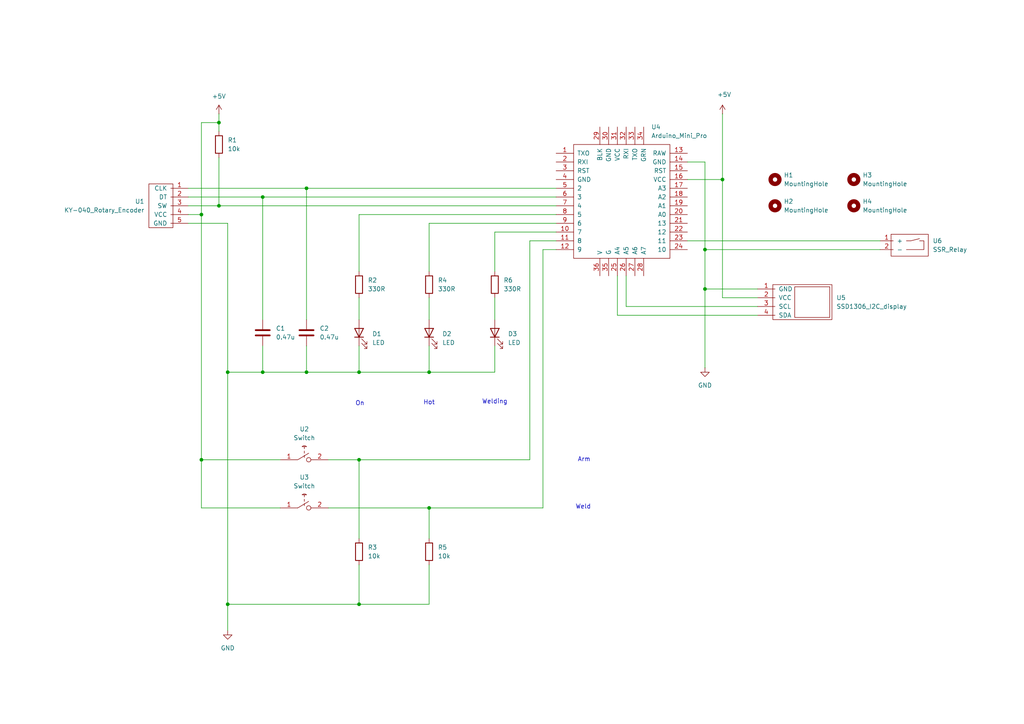
<source format=kicad_sch>
(kicad_sch (version 20231120) (generator "eeschema") (generator_version "8.0")
  (paper "A4")
  (lib_symbols
    (symbol "Device:C" (pin_numbers hide) (pin_names (offset 0.254))
      (property "Reference" "C" (at 0.635 2.54 0))
      (property "Value" "C" (at 0.635 -2.54 0))
      (symbol "C_0_1"
        (polyline (pts (xy -2.032 -0.762) (xy 2.032 -0.762)) (stroke (width 0.508)))
        (polyline (pts (xy -2.032 0.762) (xy 2.032 0.762)) (stroke (width 0.508)))
      )
      (symbol "C_1_1"
        (pin passive line (at 0 3.81 270) (length 2.794) (name "~") (number "1"))
        (pin passive line (at 0 -3.81 90) (length 2.794) (name "~") (number "2"))
      )
    )
    (symbol "Device:LED" (pin_numbers hide) (pin_names (offset 1.016) hide)
      (property "Reference" "D" (at 0 2.54 0))
      (property "Value" "LED" (at 0 -2.54 0))
      (symbol "LED_0_1"
        (polyline (pts (xy -1.27 -1.27) (xy -1.27 1.27)) (stroke (width 0.254)))
        (polyline (pts (xy -1.27 0) (xy 1.27 0)))
        (polyline (pts (xy 1.27 -1.27) (xy 1.27 1.27) (xy -1.27 0) (xy 1.27 -1.27)) (stroke (width 0.254)))
        (polyline (pts (xy -3.048 -0.762) (xy -4.572 -2.286) (xy -3.81 -2.286) (xy -4.572 -2.286) (xy -4.572 -1.524)))
        (polyline (pts (xy -1.778 -0.762) (xy -3.302 -2.286) (xy -2.54 -2.286) (xy -3.302 -2.286) (xy -3.302 -1.524)))
      )
      (symbol "LED_1_1"
        (pin passive line (at -3.81 0 0) (length 2.54) (name "K") (number "1"))
        (pin passive line (at 3.81 0 180) (length 2.54) (name "A") (number "2"))
      )
    )
    (symbol "Device:R" (pin_numbers hide) (pin_names (offset 0))
      (property "Reference" "R" (at 2.032 0 90))
      (property "Value" "R" (at 0 0 90))
      (symbol "R_0_1"
        (rectangle (start -1.016 -2.54) (end 1.016 2.54) (stroke (width 0.254)))
      )
      (symbol "R_1_1"
        (pin passive line (at 0 3.81 270) (length 1.27) (name "~") (number "1"))
        (pin passive line (at 0 -3.81 90) (length 1.27) (name "~") (number "2"))
      )
    )
    (symbol "Mechanical:MountingHole" (pin_names (offset 1.016)) (exclude_from_sim yes) (in_bom no)
      (property "Reference" "H" (at 0 5.08 0))
      (property "Value" "MountingHole" (at 0 3.175 0))
      (symbol "MountingHole_0_1"
        (circle (center 0 0) (radius 1.27) (stroke (width 1.27)))
      )
    )
    (symbol "My_Arduino:Arduino_Mini_Pro" (pin_names (offset 1.016))
      (property "Reference" "U" (at 6.35 3.81 0))
      (property "Value" "Arduino_Mini_Pro" (at 1.27 7.62 0))
      (symbol "Arduino_Mini_Pro_0_1"
        (rectangle (start 5.08 2.54) (end 33.02 -30.48))
      )
      (symbol "Arduino_Mini_Pro_1_1"
        (pin output line (at 0 0 0) (length 5.08) (name "TXO") (number "1"))
        (pin bidirectional line (at 0 -22.86 0) (length 5.08) (name "7") (number "10"))
        (pin bidirectional line (at 0 -25.4 0) (length 5.08) (name "8") (number "11"))
        (pin bidirectional line (at 0 -27.94 0) (length 5.08) (name "9") (number "12"))
        (pin power_in line (at 38.1 0 180) (length 5.08) (name "RAW") (number "13"))
        (pin power_in line (at 38.1 -2.54 180) (length 5.08) (name "GND") (number "14"))
        (pin input line (at 38.1 -5.08 180) (length 5.08) (name "RST") (number "15"))
        (pin power_out line (at 38.1 -7.62 180) (length 5.08) (name "VCC") (number "16"))
        (pin bidirectional line (at 38.1 -10.16 180) (length 5.08) (name "A3") (number "17"))
        (pin bidirectional line (at 38.1 -12.7 180) (length 5.08) (name "A2") (number "18"))
        (pin bidirectional line (at 38.1 -15.24 180) (length 5.08) (name "A1") (number "19"))
        (pin input line (at 0 -2.54 0) (length 5.08) (name "RXI") (number "2"))
        (pin bidirectional line (at 38.1 -17.78 180) (length 5.08) (name "A0") (number "20"))
        (pin bidirectional line (at 38.1 -20.32 180) (length 5.08) (name "13") (number "21"))
        (pin bidirectional line (at 38.1 -22.86 180) (length 5.08) (name "12") (number "22"))
        (pin bidirectional line (at 38.1 -25.4 180) (length 5.08) (name "11") (number "23"))
        (pin bidirectional line (at 38.1 -27.94 180) (length 5.08) (name "10") (number "24"))
        (pin bidirectional line (at 17.78 -35.56 90) (length 5.08) (name "A4") (number "25"))
        (pin bidirectional line (at 20.32 -35.56 90) (length 5.08) (name "A5") (number "26"))
        (pin bidirectional line (at 22.86 -35.56 90) (length 5.08) (name "A6") (number "27"))
        (pin bidirectional line (at 25.4 -35.56 90) (length 5.08) (name "A7") (number "28"))
        (pin input line (at 12.7 7.62 270) (length 5.08) (name "BLK") (number "29"))
        (pin input line (at 0 -5.08 0) (length 5.08) (name "RST") (number "3"))
        (pin passive line (at 15.24 7.62 270) (length 5.08) (name "GND") (number "30"))
        (pin power_in line (at 17.78 7.62 270) (length 5.08) (name "VCC") (number "31"))
        (pin input line (at 20.32 7.62 270) (length 5.08) (name "RXI") (number "32"))
        (pin output line (at 22.86 7.62 270) (length 5.08) (name "TXO") (number "33"))
        (pin input line (at 25.4 7.62 270) (length 5.08) (name "GRN") (number "34"))
        (pin passive line (at 15.24 -35.56 90) (length 5.08) (name "G") (number "35"))
        (pin power_out line (at 12.7 -35.56 90) (length 5.08) (name "V") (number "36"))
        (pin passive line (at 0 -7.62 0) (length 5.08) (name "GND") (number "4"))
        (pin bidirectional line (at 0 -10.16 0) (length 5.08) (name "2") (number "5"))
        (pin bidirectional line (at 0 -12.7 0) (length 5.08) (name "3") (number "6"))
        (pin bidirectional line (at 0 -15.24 0) (length 5.08) (name "4") (number "7"))
        (pin bidirectional line (at 0 -17.78 0) (length 5.08) (name "5") (number "8"))
        (pin bidirectional line (at 0 -20.32 0) (length 5.08) (name "6") (number "9"))
      )
    )
    (symbol "My_Parts:KY-040_Rotary_Encoder" (pin_names (offset 1.016))
      (property "Reference" "U" (at 0.635 2.54 0))
      (property "Value" "KY-040_Rotary_Encoder" (at 2.54 -13.335 0))
      (symbol "KY-040_Rotary_Encoder_0_1"
        (rectangle (start -0.635 -11.43) (end 6.35 1.27))
      )
      (symbol "KY-040_Rotary_Encoder_1_1"
        (pin output line (at -5.08 0 0) (length 5.08) (name "CLK") (number "1"))
        (pin output line (at -5.08 -2.54 0) (length 5.08) (name "DT") (number "2"))
        (pin output line (at -5.08 -5.08 0) (length 5.08) (name "SW") (number "3"))
        (pin power_in line (at -5.08 -7.62 0) (length 5.08) (name "VCC") (number "4"))
        (pin power_in line (at -5.08 -10.16 0) (length 5.08) (name "GND") (number "5"))
      )
    )
    (symbol "My_Parts:SSD1306_I2C_display" (pin_names (offset 1.016))
      (property "Reference" "U" (at 5.715 2.54 0))
      (property "Value" "SSD1306_I2C_display" (at 12.7 -10.795 0))
      (symbol "SSD1306_I2C_display_0_1"
        (rectangle (start 4.445 1.27) (end 21.59 -8.89))
        (rectangle (start 10.795 0.635) (end 20.955 -8.255))
      )
      (symbol "SSD1306_I2C_display_1_1"
        (pin power_in line (at 0 0 0) (length 5.08) (name "GND") (number "1"))
        (pin power_in line (at 0 -2.54 0) (length 5.08) (name "VCC") (number "2"))
        (pin input line (at 0 -5.08 0) (length 5.08) (name "SCL") (number "3"))
        (pin input line (at 0 -7.62 0) (length 5.08) (name "SDA") (number "4"))
      )
    )
    (symbol "My_Parts:SSR_Relay" (pin_names (offset 1.016))
      (property "Reference" "U" (at 4.445 3.175 0))
      (property "Value" "SSR_Relay" (at 6.35 -5.715 0))
      (symbol "SSR_Relay_0_1"
        (polyline (pts (xy 7.62 0) (xy 8.89 0) (xy 11.43 0.635)))
        (polyline (pts (xy 11.43 0) (xy 12.7 0) (xy 12.7 -2.54) (xy 7.62 -2.54)))
        (polyline (pts (xy 3.175 1.905) (xy 13.97 1.905) (xy 13.97 -4.445) (xy 3.175 -4.445) (xy 3.175 1.905)))
      )
      (symbol "SSR_Relay_1_1"
        (pin output line (at 0 0 0) (length 3.81) (name "+") (number "1"))
        (pin output line (at 0 -2.54 0) (length 3.81) (name "-") (number "2"))
      )
    )
    (symbol "My_Parts:Switch" (pin_names hide)
      (property "Reference" "U" (at 6.985 6.35 0))
      (property "Value" "Switch" (at 7.62 -4.445 0))
      (symbol "Switch_0_1"
        (polyline (pts (xy 5.08 0) (xy 8.255 1.905)) (stroke (width 0.1524)))
        (polyline (pts (xy 6.35 3.81) (xy 7.62 3.81)) (stroke (width 0.1524)))
        (polyline (pts (xy 6.985 0.635) (xy 6.985 1.27)) (stroke (width 0.1524)))
        (polyline (pts (xy 6.985 1.905) (xy 6.985 2.54)) (stroke (width 0.1524)))
        (polyline (pts (xy 6.985 3.175) (xy 6.985 3.81)) (stroke (width 0.1524)))
        (arc (start 7.62 3.81) (mid 6.985 4.073) (end 6.35 3.81) (stroke (width 0.1524)))
        (circle (center 8.255 0) (radius 0.635) (stroke (width 0.1524)))
      )
      (symbol "Switch_1_1"
        (pin passive line (at 0 0 0) (length 5.08) (name "Com") (number "1"))
        (pin passive line (at 13.97 0 180) (length 5.08) (name "NO") (number "2"))
      )
    )
    (symbol "power:+5V" (power) (pin_numbers hide) (pin_names (offset 0) hide)
      (property "Value" "+5V" (at 0 3.556 0))
      (symbol "+5V_0_1"
        (polyline (pts (xy -0.762 1.27) (xy 0 2.54)))
        (polyline (pts (xy 0 0) (xy 0 2.54)))
        (polyline (pts (xy 0 2.54) (xy 0.762 1.27)))
      )
      (symbol "+5V_1_1"
        (pin power_in line (at 0 0 90) (length 0) (name "~") (number "1"))
      )
    )
    (symbol "power:GND" (power) (pin_numbers hide) (pin_names (offset 0) hide)
      (property "Value" "GND" (at 0 -3.81 0))
      (symbol "GND_0_1"
        (polyline (pts (xy 0 0) (xy 0 -1.27) (xy 1.27 -1.27) (xy 0 -2.54) (xy -1.27 -1.27) (xy 0 -1.27)))
      )
      (symbol "GND_1_1"
        (pin power_in line (at 0 0 270) (length 0) (name "~") (number "1"))
      )
    )
  )
  (junction (at 104.14 133.35))
  (junction (at 63.5 35.56))
  (junction (at 63.5 59.69))
  (junction (at 76.2 107.95))
  (junction (at 209.55 52.07))
  (junction (at 58.42 133.35))
  (junction (at 88.9 54.61))
  (junction (at 58.42 62.23))
  (junction (at 104.14 107.95))
  (junction (at 204.47 83.82))
  (junction (at 104.14 175.26))
  (junction (at 66.04 107.95))
  (junction (at 124.46 107.95))
  (junction (at 76.2 57.15))
  (junction (at 204.47 72.39))
  (junction (at 88.9 107.95))
  (junction (at 66.04 175.26))
  (junction (at 124.46 147.32))
  (wire (pts (xy 88.9 100.33) (xy 88.9 107.95)))
  (wire (pts (xy 204.47 83.82) (xy 219.71 83.82)))
  (wire (pts (xy 143.51 107.95) (xy 143.51 100.33)))
  (wire (pts (xy 124.46 107.95) (xy 143.51 107.95)))
  (wire (pts (xy 143.51 67.31) (xy 143.51 78.74)))
  (wire (pts (xy 181.61 80.01) (xy 181.61 88.9)))
  (wire (pts (xy 104.14 133.35) (xy 104.14 156.21)))
  (wire (pts (xy 209.55 33.02) (xy 209.55 52.07)))
  (wire (pts (xy 88.9 107.95) (xy 104.14 107.95)))
  (wire (pts (xy 63.5 59.69) (xy 161.29 59.69)))
  (wire (pts (xy 76.2 57.15) (xy 161.29 57.15)))
  (wire (pts (xy 95.25 147.32) (xy 124.46 147.32)))
  (wire (pts (xy 88.9 54.61) (xy 88.9 92.71)))
  (wire (pts (xy 58.42 35.56) (xy 63.5 35.56)))
  (wire (pts (xy 66.04 175.26) (xy 66.04 182.88)))
  (wire (pts (xy 104.14 78.74) (xy 104.14 62.23)))
  (wire (pts (xy 124.46 147.32) (xy 157.48 147.32)))
  (wire (pts (xy 209.55 52.07) (xy 209.55 86.36)))
  (wire (pts (xy 95.25 133.35) (xy 104.14 133.35)))
  (wire (pts (xy 181.61 88.9) (xy 219.71 88.9)))
  (wire (pts (xy 153.67 133.35) (xy 153.67 69.85)))
  (wire (pts (xy 54.61 57.15) (xy 76.2 57.15)))
  (wire (pts (xy 104.14 86.36) (xy 104.14 92.71)))
  (wire (pts (xy 104.14 133.35) (xy 153.67 133.35)))
  (wire (pts (xy 124.46 86.36) (xy 124.46 92.71)))
  (wire (pts (xy 76.2 107.95) (xy 88.9 107.95)))
  (wire (pts (xy 63.5 35.56) (xy 63.5 38.1)))
  (wire (pts (xy 88.9 54.61) (xy 161.29 54.61)))
  (wire (pts (xy 157.48 147.32) (xy 157.48 72.39)))
  (wire (pts (xy 179.07 80.01) (xy 179.07 91.44)))
  (wire (pts (xy 153.67 69.85) (xy 161.29 69.85)))
  (wire (pts (xy 58.42 62.23) (xy 58.42 35.56)))
  (wire (pts (xy 66.04 64.77) (xy 66.04 107.95)))
  (wire (pts (xy 104.14 175.26) (xy 124.46 175.26)))
  (wire (pts (xy 157.48 72.39) (xy 161.29 72.39)))
  (wire (pts (xy 124.46 147.32) (xy 124.46 156.21)))
  (wire (pts (xy 104.14 100.33) (xy 104.14 107.95)))
  (wire (pts (xy 204.47 83.82) (xy 204.47 106.68)))
  (wire (pts (xy 204.47 72.39) (xy 204.47 46.99)))
  (wire (pts (xy 124.46 107.95) (xy 124.46 100.33)))
  (wire (pts (xy 143.51 67.31) (xy 161.29 67.31)))
  (wire (pts (xy 199.39 52.07) (xy 209.55 52.07)))
  (wire (pts (xy 143.51 86.36) (xy 143.51 92.71)))
  (wire (pts (xy 124.46 64.77) (xy 124.46 78.74)))
  (wire (pts (xy 63.5 33.02) (xy 63.5 35.56)))
  (wire (pts (xy 66.04 64.77) (xy 54.61 64.77)))
  (wire (pts (xy 66.04 107.95) (xy 76.2 107.95)))
  (wire (pts (xy 219.71 86.36) (xy 209.55 86.36)))
  (wire (pts (xy 54.61 62.23) (xy 58.42 62.23)))
  (wire (pts (xy 58.42 147.32) (xy 81.28 147.32)))
  (wire (pts (xy 124.46 175.26) (xy 124.46 163.83)))
  (wire (pts (xy 76.2 107.95) (xy 76.2 100.33)))
  (wire (pts (xy 124.46 64.77) (xy 161.29 64.77)))
  (wire (pts (xy 104.14 62.23) (xy 161.29 62.23)))
  (wire (pts (xy 255.27 72.39) (xy 204.47 72.39)))
  (wire (pts (xy 54.61 59.69) (xy 63.5 59.69)))
  (wire (pts (xy 66.04 175.26) (xy 104.14 175.26)))
  (wire (pts (xy 58.42 62.23) (xy 58.42 133.35)))
  (wire (pts (xy 63.5 45.72) (xy 63.5 59.69)))
  (wire (pts (xy 219.71 91.44) (xy 179.07 91.44)))
  (wire (pts (xy 66.04 107.95) (xy 66.04 175.26)))
  (wire (pts (xy 204.47 72.39) (xy 204.47 83.82)))
  (wire (pts (xy 104.14 163.83) (xy 104.14 175.26)))
  (wire (pts (xy 104.14 107.95) (xy 124.46 107.95)))
  (wire (pts (xy 58.42 133.35) (xy 81.28 133.35)))
  (wire (pts (xy 54.61 54.61) (xy 88.9 54.61)))
  (wire (pts (xy 199.39 46.99) (xy 204.47 46.99)))
  (wire (pts (xy 58.42 133.35) (xy 58.42 147.32)))
  (wire (pts (xy 199.39 69.85) (xy 255.27 69.85)))
  (wire (pts (xy 76.2 57.15) (xy 76.2 92.71)))
  (text "Arm" (at 169.418 133.35 0) (effects (font (size 1.27 1.27))))
  (text "Welding" (at 143.51 116.586 0) (effects (font (size 1.27 1.27))))
  (text "Hot" (at 124.46 116.84 0) (effects (font (size 1.27 1.27))))
  (text "Weld" (at 169.164 147.066 0) (effects (font (size 1.27 1.27))))
  (text "On" (at 104.394 117.094 0) (effects (font (size 1.27 1.27))))
  (symbol (lib_id "My_Arduino:Arduino_Mini_Pro") (at 161.29 44.45 0) (unit 1)
    (property "Reference" "U4" (at 188.8841 36.83 0) (effects (justify left)))
    (property "Value" "Arduino_Mini_Pro" (at 188.8841 39.37 0) (effects (justify left)))
    (property "Footprint" "My_Arduino:Arduino_Pro_Mini_vA_sides_n_A4,A5_large" (effects (hide yes)))
  )
  (symbol (lib_id "Device:R") (at 143.51 82.55 0) (unit 1)
    (property "Reference" "R6" (at 146.05 81.2799 0) (effects (justify left)))
    (property "Value" "330R" (at 146.05 83.8199 0) (effects (justify left)))
    (property "Footprint" "My_Misc:R_Axial_DIN0207_L6.3mm_D2.5mm_P10.16mm_Horizontal_large" (effects (hide yes)))
    (property "Description" "Resistor" (effects (hide yes)))
  )
  (symbol (lib_id "My_Parts:SSD1306_I2C_display") (at 219.71 83.82 0) (unit 1)
    (property "Reference" "U5" (at 242.57 86.3599 0) (effects (justify left)))
    (property "Value" "SSD1306_I2C_display" (at 242.57 88.8999 0) (effects (justify left)))
    (property "Footprint" "My_Headers:4-pin JST SSD1306 I2C OLED Display" (effects (hide yes)))
  )
  (symbol (lib_id "Mechanical:MountingHole") (at 247.65 59.69 0) (unit 1) (exclude_from_sim yes) (in_bom no)
    (property "Reference" "H4" (at 250.19 58.4199 0) (effects (justify left)))
    (property "Value" "MountingHole" (at 250.19 60.9599 0) (effects (justify left)))
    (property "Footprint" "MountingHole:MountingHole_3.2mm_M3" (effects (hide yes)))
    (property "Description" "Mounting Hole without connection" (effects (hide yes)))
  )
  (symbol (lib_id "Mechanical:MountingHole") (at 224.79 59.69 0) (unit 1) (exclude_from_sim yes) (in_bom no)
    (property "Reference" "H2" (at 227.33 58.4199 0) (effects (justify left)))
    (property "Value" "MountingHole" (at 227.33 60.9599 0) (effects (justify left)))
    (property "Footprint" "MountingHole:MountingHole_3.2mm_M3" (effects (hide yes)))
    (property "Description" "Mounting Hole without connection" (effects (hide yes)))
  )
  (symbol (lib_id "Device:R") (at 124.46 82.55 0) (unit 1)
    (property "Reference" "R4" (at 127 81.2799 0) (effects (justify left)))
    (property "Value" "330R" (at 127 83.8199 0) (effects (justify left)))
    (property "Footprint" "My_Misc:R_Axial_DIN0207_L6.3mm_D2.5mm_P10.16mm_Horizontal_large" (effects (hide yes)))
    (property "Description" "Resistor" (effects (hide yes)))
  )
  (symbol (lib_id "My_Parts:SSR_Relay") (at 255.27 69.85 0) (unit 1)
    (property "Reference" "U6" (at 270.51 69.8499 0) (effects (justify left)))
    (property "Value" "SSR_Relay" (at 270.51 72.3899 0) (effects (justify left)))
    (property "Footprint" "My_Headers:2-pin JST SSR" (effects (hide yes)))
  )
  (symbol (lib_id "Mechanical:MountingHole") (at 247.65 52.07 0) (unit 1) (exclude_from_sim yes) (in_bom no)
    (property "Reference" "H3" (at 250.19 50.7999 0) (effects (justify left)))
    (property "Value" "MountingHole" (at 250.19 53.3399 0) (effects (justify left)))
    (property "Footprint" "MountingHole:MountingHole_3.2mm_M3" (effects (hide yes)))
    (property "Description" "Mounting Hole without connection" (effects (hide yes)))
  )
  (symbol (lib_id "power:+5V") (at 209.55 33.02 0) (unit 1)
    (property "Reference" "#PWR04" (effects (hide yes)))
    (property "Value" "+5V" (at 210.058 27.432 0))
    (property "Description" "Power symbol creates a global label with name \"+5V\"" (effects (hide yes)))
  )
  (symbol (lib_id "Device:LED") (at 104.14 96.52 90) (unit 1)
    (property "Reference" "D1" (at 107.95 96.8374 90) (effects (justify right)))
    (property "Value" "LED" (at 107.95 99.3774 90) (effects (justify right)))
    (property "Footprint" "My_Headers:2-pin JST LED" (effects (hide yes)))
    (property "Description" "Light emitting diode" (effects (hide yes)))
  )
  (symbol (lib_id "Device:LED") (at 143.51 96.52 90) (unit 1)
    (property "Reference" "D3" (at 147.32 96.8374 90) (effects (justify right)))
    (property "Value" "LED" (at 147.32 99.3774 90) (effects (justify right)))
    (property "Footprint" "My_Headers:2-pin JST LED" (effects (hide yes)))
    (property "Description" "Light emitting diode" (effects (hide yes)))
  )
  (symbol (lib_id "power:GND") (at 66.04 182.88 0) (unit 1)
    (property "Reference" "#PWR02" (effects (hide yes)))
    (property "Value" "GND" (at 66.04 187.96 0))
    (property "Description" "Power symbol creates a global label with name \"GND\" , ground" (effects (hide yes)))
  )
  (symbol (lib_id "power:+5V") (at 63.5 33.02 0) (unit 1)
    (property "Reference" "#PWR01" (effects (hide yes)))
    (property "Value" "+5V" (at 63.5 27.94 0))
    (property "Description" "Power symbol creates a global label with name \"+5V\"" (effects (hide yes)))
  )
  (symbol (lib_id "Mechanical:MountingHole") (at 224.79 52.07 0) (unit 1) (exclude_from_sim yes) (in_bom no)
    (property "Reference" "H1" (at 227.33 50.7999 0) (effects (justify left)))
    (property "Value" "MountingHole" (at 227.33 53.3399 0) (effects (justify left)))
    (property "Footprint" "MountingHole:MountingHole_3.2mm_M3" (effects (hide yes)))
    (property "Description" "Mounting Hole without connection" (effects (hide yes)))
  )
  (symbol (lib_id "Device:R") (at 63.5 41.91 0) (unit 1)
    (property "Reference" "R1" (at 66.04 40.6399 0) (effects (justify left)))
    (property "Value" "10k" (at 66.04 43.1799 0) (effects (justify left)))
    (property "Footprint" "My_Misc:R_Axial_DIN0207_L6.3mm_D2.5mm_P10.16mm_Horizontal_large" (effects (hide yes)))
    (property "Description" "Resistor" (effects (hide yes)))
  )
  (symbol (lib_id "Device:LED") (at 124.46 96.52 90) (unit 1)
    (property "Reference" "D2" (at 128.27 96.8374 90) (effects (justify right)))
    (property "Value" "LED" (at 128.27 99.3774 90) (effects (justify right)))
    (property "Footprint" "My_Headers:2-pin JST LED" (effects (hide yes)))
    (property "Description" "Light emitting diode" (effects (hide yes)))
  )
  (symbol (lib_id "Device:R") (at 104.14 160.02 0) (unit 1)
    (property "Reference" "R3" (at 106.68 158.7499 0) (effects (justify left)))
    (property "Value" "10k" (at 106.68 161.2899 0) (effects (justify left)))
    (property "Footprint" "My_Misc:R_Axial_DIN0207_L6.3mm_D2.5mm_P10.16mm_Horizontal_large" (effects (hide yes)))
    (property "Description" "Resistor" (effects (hide yes)))
  )
  (symbol (lib_id "Device:R") (at 124.46 160.02 0) (unit 1)
    (property "Reference" "R5" (at 127 158.7499 0) (effects (justify left)))
    (property "Value" "10k" (at 127 161.2899 0) (effects (justify left)))
    (property "Footprint" "My_Misc:R_Axial_DIN0207_L6.3mm_D2.5mm_P10.16mm_Horizontal_large" (effects (hide yes)))
    (property "Description" "Resistor" (effects (hide yes)))
  )
  (symbol (lib_id "My_Parts:KY-040_Rotary_Encoder") (at 49.53 54.61 0) (mirror y) (unit 1)
    (property "Reference" "U1" (at 41.91 58.4199 0) (effects (justify left)))
    (property "Value" "KY-040_Rotary_Encoder" (at 41.91 60.9599 0) (effects (justify left)))
    (property "Footprint" "My_Headers:5-pin JST Rotary Encoder" (effects (hide yes)))
  )
  (symbol (lib_id "My_Parts:Switch") (at 81.28 147.32 0) (unit 1)
    (property "Reference" "U3" (at 88.265 138.43 0))
    (property "Value" "Switch" (at 88.265 140.97 0))
    (property "Footprint" "My_Headers:2-pin JST Switch" (effects (hide yes)))
  )
  (symbol (lib_id "power:GND") (at 204.47 106.68 0) (unit 1)
    (property "Reference" "#PWR03" (effects (hide yes)))
    (property "Value" "GND" (at 204.47 111.76 0))
    (property "Description" "Power symbol creates a global label with name \"GND\" , ground" (effects (hide yes)))
  )
  (symbol (lib_id "Device:R") (at 104.14 82.55 0) (unit 1)
    (property "Reference" "R2" (at 106.68 81.2799 0) (effects (justify left)))
    (property "Value" "330R" (at 106.68 83.8199 0) (effects (justify left)))
    (property "Footprint" "My_Misc:R_Axial_DIN0207_L6.3mm_D2.5mm_P10.16mm_Horizontal_large" (effects (hide yes)))
    (property "Description" "Resistor" (effects (hide yes)))
  )
  (symbol (lib_id "My_Parts:Switch") (at 81.28 133.35 0) (unit 1)
    (property "Reference" "U2" (at 88.265 124.46 0))
    (property "Value" "Switch" (at 88.265 127 0))
    (property "Footprint" "My_Headers:2-pin JST Switch" (effects (hide yes)))
  )
  (symbol (lib_id "Device:C") (at 76.2 96.52 0) (unit 1)
    (property "Reference" "C1" (at 80.01 95.2499 0) (effects (justify left)))
    (property "Value" "0.47u" (at 80.01 97.7899 0) (effects (justify left)))
    (property "Footprint" "My_Misc:C_Disc_D3.8mm_W2.6mm_P2.50mm_large" (effects (hide yes)))
    (property "Description" "Unpolarized capacitor" (effects (hide yes)))
  )
  (symbol (lib_id "Device:C") (at 88.9 96.52 0) (unit 1)
    (property "Reference" "C2" (at 92.71 95.2499 0) (effects (justify left)))
    (property "Value" "0.47u" (at 92.71 97.7899 0) (effects (justify left)))
    (property "Footprint" "My_Misc:C_Disc_D3.8mm_W2.6mm_P2.50mm_large" (effects (hide yes)))
    (property "Description" "Unpolarized capacitor" (effects (hide yes)))
  )
)
</source>
